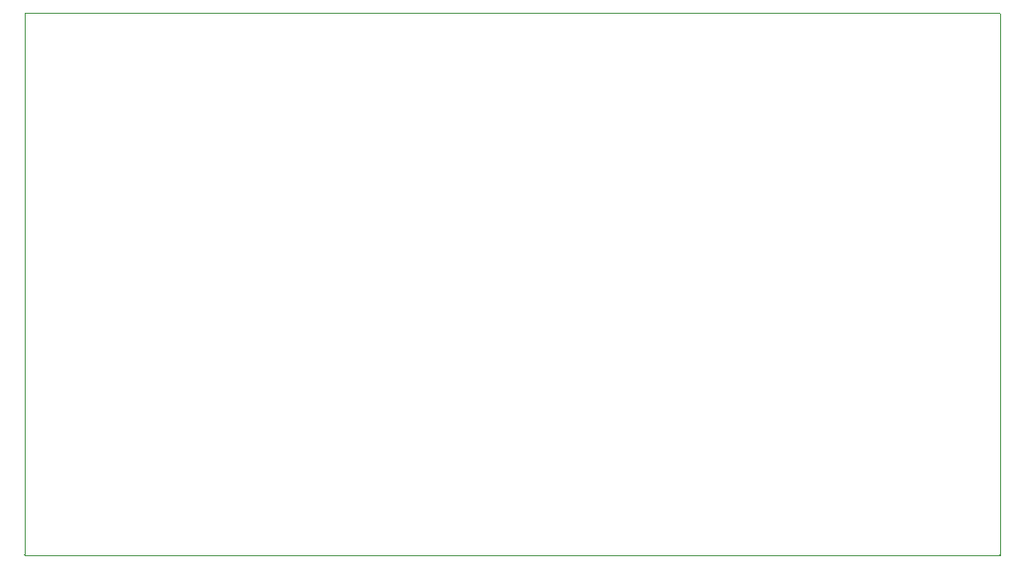
<source format=gko>
G04 Layer_Color=16720538*
%FSLAX24Y24*%
%MOIN*%
G70*
G01*
G75*
D13*
X9823Y9843D02*
G03*
X9843Y9823I20J0D01*
G01*
X9823Y9843D02*
G03*
X9843Y9823I20J0D01*
G01*
X9823Y9843D02*
G03*
X9843Y9823I20J0D01*
G01*
X9843Y29547D02*
G03*
X9823Y29528I0J-20D01*
G01*
X9843Y29547D02*
G03*
X9823Y29528I0J-20D01*
G01*
X45276Y9823D02*
G03*
X45295Y9843I0J20D01*
G01*
X45276Y9823D02*
G03*
X45295Y9843I0J20D01*
G01*
Y29528D02*
G03*
X45276Y29547I-20J0D01*
G01*
X45295Y29528D02*
G03*
X45276Y29547I-20J0D01*
G01*
X9823Y9843D02*
X9823Y29528D01*
X9843Y9823D02*
X9843D01*
X45276D01*
X9843Y29547D02*
X45276D01*
X45295Y9843D02*
Y29528D01*
M02*

</source>
